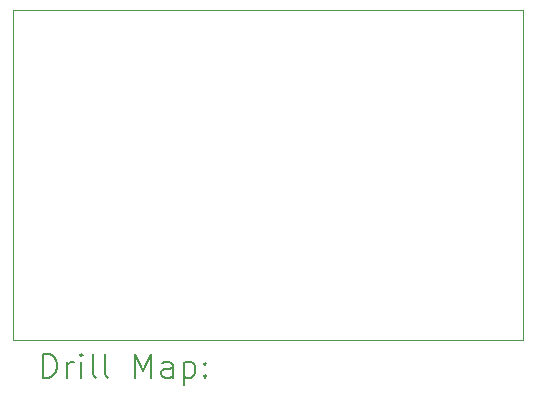
<source format=gbr>
%FSLAX45Y45*%
G04 Gerber Fmt 4.5, Leading zero omitted, Abs format (unit mm)*
G04 Created by KiCad (PCBNEW (6.0.0-0)) date 2023-01-27 15:23:30*
%MOMM*%
%LPD*%
G01*
G04 APERTURE LIST*
%TA.AperFunction,Profile*%
%ADD10C,0.100000*%
%TD*%
%ADD11C,0.200000*%
G04 APERTURE END LIST*
D10*
X15494000Y-7491000D02*
X11176000Y-7491000D01*
X11176000Y-7491000D02*
X11176000Y-10285000D01*
X11176000Y-10285000D02*
X15494000Y-10285000D01*
X15494000Y-10285000D02*
X15494000Y-7491000D01*
D11*
X11428619Y-10600476D02*
X11428619Y-10400476D01*
X11476238Y-10400476D01*
X11504809Y-10410000D01*
X11523857Y-10429048D01*
X11533381Y-10448095D01*
X11542905Y-10486190D01*
X11542905Y-10514762D01*
X11533381Y-10552857D01*
X11523857Y-10571905D01*
X11504809Y-10590952D01*
X11476238Y-10600476D01*
X11428619Y-10600476D01*
X11628619Y-10600476D02*
X11628619Y-10467143D01*
X11628619Y-10505238D02*
X11638143Y-10486190D01*
X11647667Y-10476667D01*
X11666714Y-10467143D01*
X11685762Y-10467143D01*
X11752428Y-10600476D02*
X11752428Y-10467143D01*
X11752428Y-10400476D02*
X11742905Y-10410000D01*
X11752428Y-10419524D01*
X11761952Y-10410000D01*
X11752428Y-10400476D01*
X11752428Y-10419524D01*
X11876238Y-10600476D02*
X11857190Y-10590952D01*
X11847667Y-10571905D01*
X11847667Y-10400476D01*
X11981000Y-10600476D02*
X11961952Y-10590952D01*
X11952428Y-10571905D01*
X11952428Y-10400476D01*
X12209571Y-10600476D02*
X12209571Y-10400476D01*
X12276238Y-10543333D01*
X12342905Y-10400476D01*
X12342905Y-10600476D01*
X12523857Y-10600476D02*
X12523857Y-10495714D01*
X12514333Y-10476667D01*
X12495286Y-10467143D01*
X12457190Y-10467143D01*
X12438143Y-10476667D01*
X12523857Y-10590952D02*
X12504809Y-10600476D01*
X12457190Y-10600476D01*
X12438143Y-10590952D01*
X12428619Y-10571905D01*
X12428619Y-10552857D01*
X12438143Y-10533810D01*
X12457190Y-10524286D01*
X12504809Y-10524286D01*
X12523857Y-10514762D01*
X12619095Y-10467143D02*
X12619095Y-10667143D01*
X12619095Y-10476667D02*
X12638143Y-10467143D01*
X12676238Y-10467143D01*
X12695286Y-10476667D01*
X12704809Y-10486190D01*
X12714333Y-10505238D01*
X12714333Y-10562381D01*
X12704809Y-10581429D01*
X12695286Y-10590952D01*
X12676238Y-10600476D01*
X12638143Y-10600476D01*
X12619095Y-10590952D01*
X12800048Y-10581429D02*
X12809571Y-10590952D01*
X12800048Y-10600476D01*
X12790524Y-10590952D01*
X12800048Y-10581429D01*
X12800048Y-10600476D01*
X12800048Y-10476667D02*
X12809571Y-10486190D01*
X12800048Y-10495714D01*
X12790524Y-10486190D01*
X12800048Y-10476667D01*
X12800048Y-10495714D01*
M02*

</source>
